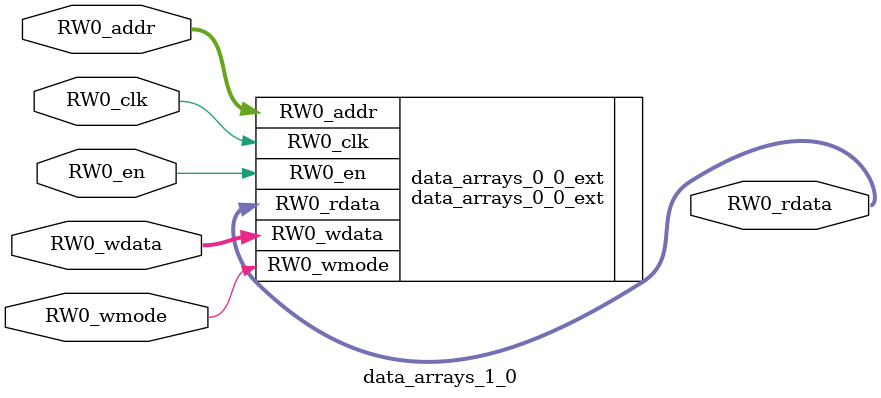
<source format=sv>
`ifndef RANDOMIZE
  `ifdef RANDOMIZE_REG_INIT
    `define RANDOMIZE
  `endif // RANDOMIZE_REG_INIT
`endif // not def RANDOMIZE
`ifndef RANDOMIZE
  `ifdef RANDOMIZE_MEM_INIT
    `define RANDOMIZE
  `endif // RANDOMIZE_MEM_INIT
`endif // not def RANDOMIZE

`ifndef RANDOM
  `define RANDOM $random
`endif // not def RANDOM

// Users can define 'PRINTF_COND' to add an extra gate to prints.
`ifndef PRINTF_COND_
  `ifdef PRINTF_COND
    `define PRINTF_COND_ (`PRINTF_COND)
  `else  // PRINTF_COND
    `define PRINTF_COND_ 1
  `endif // PRINTF_COND
`endif // not def PRINTF_COND_

// Users can define 'ASSERT_VERBOSE_COND' to add an extra gate to assert error printing.
`ifndef ASSERT_VERBOSE_COND_
  `ifdef ASSERT_VERBOSE_COND
    `define ASSERT_VERBOSE_COND_ (`ASSERT_VERBOSE_COND)
  `else  // ASSERT_VERBOSE_COND
    `define ASSERT_VERBOSE_COND_ 1
  `endif // ASSERT_VERBOSE_COND
`endif // not def ASSERT_VERBOSE_COND_

// Users can define 'STOP_COND' to add an extra gate to stop conditions.
`ifndef STOP_COND_
  `ifdef STOP_COND
    `define STOP_COND_ (`STOP_COND)
  `else  // STOP_COND
    `define STOP_COND_ 1
  `endif // STOP_COND
`endif // not def STOP_COND_

// Users can define INIT_RANDOM as general code that gets injected into the
// initializer block for modules with registers.
`ifndef INIT_RANDOM
  `define INIT_RANDOM
`endif // not def INIT_RANDOM

// If using random initialization, you can also define RANDOMIZE_DELAY to
// customize the delay used, otherwise 0.002 is used.
`ifndef RANDOMIZE_DELAY
  `define RANDOMIZE_DELAY 0.002
`endif // not def RANDOMIZE_DELAY

// Define INIT_RANDOM_PROLOG_ for use in our modules below.
`ifndef INIT_RANDOM_PROLOG_
  `ifdef RANDOMIZE
    `ifdef VERILATOR
      `define INIT_RANDOM_PROLOG_ `INIT_RANDOM
    `else  // VERILATOR
      `define INIT_RANDOM_PROLOG_ `INIT_RANDOM #`RANDOMIZE_DELAY begin end
    `endif // VERILATOR
  `else  // RANDOMIZE
    `define INIT_RANDOM_PROLOG_
  `endif // RANDOMIZE
`endif // not def INIT_RANDOM_PROLOG_

module data_arrays_1_0(	// @[DescribedSRAM.scala:17:26]
  input  [6:0]  RW0_addr,
  input         RW0_en,
                RW0_clk,
                RW0_wmode,
  input  [31:0] RW0_wdata,
  output [31:0] RW0_rdata
);

  data_arrays_0_0_ext data_arrays_0_0_ext (	// @[DescribedSRAM.scala:17:26]
    .RW0_addr  (RW0_addr),
    .RW0_en    (RW0_en),
    .RW0_clk   (RW0_clk),
    .RW0_wmode (RW0_wmode),
    .RW0_wdata (RW0_wdata),
    .RW0_rdata (RW0_rdata)
  );
endmodule


</source>
